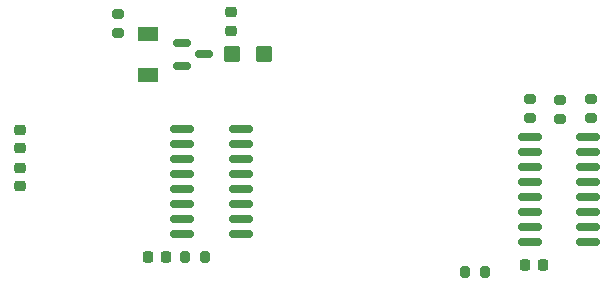
<source format=gbr>
%TF.GenerationSoftware,KiCad,Pcbnew,(6.0.7-1)-1*%
%TF.CreationDate,2022-11-03T17:35:00-04:00*%
%TF.ProjectId,encoder_driver,656e636f-6465-4725-9f64-72697665722e,rev?*%
%TF.SameCoordinates,Original*%
%TF.FileFunction,Paste,Top*%
%TF.FilePolarity,Positive*%
%FSLAX46Y46*%
G04 Gerber Fmt 4.6, Leading zero omitted, Abs format (unit mm)*
G04 Created by KiCad (PCBNEW (6.0.7-1)-1) date 2022-11-03 17:35:00*
%MOMM*%
%LPD*%
G01*
G04 APERTURE LIST*
G04 Aperture macros list*
%AMRoundRect*
0 Rectangle with rounded corners*
0 $1 Rounding radius*
0 $2 $3 $4 $5 $6 $7 $8 $9 X,Y pos of 4 corners*
0 Add a 4 corners polygon primitive as box body*
4,1,4,$2,$3,$4,$5,$6,$7,$8,$9,$2,$3,0*
0 Add four circle primitives for the rounded corners*
1,1,$1+$1,$2,$3*
1,1,$1+$1,$4,$5*
1,1,$1+$1,$6,$7*
1,1,$1+$1,$8,$9*
0 Add four rect primitives between the rounded corners*
20,1,$1+$1,$2,$3,$4,$5,0*
20,1,$1+$1,$4,$5,$6,$7,0*
20,1,$1+$1,$6,$7,$8,$9,0*
20,1,$1+$1,$8,$9,$2,$3,0*%
G04 Aperture macros list end*
%ADD10RoundRect,0.150000X-0.825000X-0.150000X0.825000X-0.150000X0.825000X0.150000X-0.825000X0.150000X0*%
%ADD11RoundRect,0.225000X0.250000X-0.225000X0.250000X0.225000X-0.250000X0.225000X-0.250000X-0.225000X0*%
%ADD12RoundRect,0.200000X-0.275000X0.200000X-0.275000X-0.200000X0.275000X-0.200000X0.275000X0.200000X0*%
%ADD13RoundRect,0.200000X0.275000X-0.200000X0.275000X0.200000X-0.275000X0.200000X-0.275000X-0.200000X0*%
%ADD14RoundRect,0.150000X0.825000X0.150000X-0.825000X0.150000X-0.825000X-0.150000X0.825000X-0.150000X0*%
%ADD15RoundRect,0.200000X-0.200000X-0.275000X0.200000X-0.275000X0.200000X0.275000X-0.200000X0.275000X0*%
%ADD16RoundRect,0.150000X-0.587500X-0.150000X0.587500X-0.150000X0.587500X0.150000X-0.587500X0.150000X0*%
%ADD17RoundRect,0.200000X0.200000X0.275000X-0.200000X0.275000X-0.200000X-0.275000X0.200000X-0.275000X0*%
%ADD18RoundRect,0.225000X0.225000X0.250000X-0.225000X0.250000X-0.225000X-0.250000X0.225000X-0.250000X0*%
%ADD19R,1.700000X1.300000*%
%ADD20RoundRect,0.225000X-0.250000X0.225000X-0.250000X-0.225000X0.250000X-0.225000X0.250000X0.225000X0*%
%ADD21RoundRect,0.250000X-0.450000X-0.425000X0.450000X-0.425000X0.450000X0.425000X-0.450000X0.425000X0*%
G04 APERTURE END LIST*
D10*
%TO.C,U3*%
X138750000Y-72430000D03*
X138750000Y-73700000D03*
X138750000Y-74970000D03*
X138750000Y-76240000D03*
X138750000Y-77510000D03*
X138750000Y-78780000D03*
X138750000Y-80050000D03*
X138750000Y-81320000D03*
X143700000Y-81320000D03*
X143700000Y-80050000D03*
X143700000Y-78780000D03*
X143700000Y-77510000D03*
X143700000Y-76240000D03*
X143700000Y-74970000D03*
X143700000Y-73700000D03*
X143700000Y-72430000D03*
%TD*%
D11*
%TO.C,C4*%
X113450000Y-61850000D03*
X113450000Y-63400000D03*
%TD*%
D12*
%TO.C,R4*%
X141325000Y-69250000D03*
X141325000Y-70900000D03*
%TD*%
D13*
%TO.C,R6*%
X143910000Y-69185000D03*
X143910000Y-70835000D03*
%TD*%
D14*
%TO.C,U2*%
X114275000Y-80645000D03*
X114275000Y-79375000D03*
X114275000Y-78105000D03*
X114275000Y-76835000D03*
X114275000Y-75565000D03*
X114275000Y-74295000D03*
X114275000Y-73025000D03*
X114275000Y-71755000D03*
X109325000Y-71755000D03*
X109325000Y-73025000D03*
X109325000Y-74295000D03*
X109325000Y-75565000D03*
X109325000Y-76835000D03*
X109325000Y-78105000D03*
X109325000Y-79375000D03*
X109325000Y-80645000D03*
%TD*%
D11*
%TO.C,C1*%
X95600000Y-71825000D03*
X95600000Y-73375000D03*
%TD*%
D15*
%TO.C,R5*%
X133275000Y-83800000D03*
X134925000Y-83800000D03*
%TD*%
D16*
%TO.C,Q1*%
X109312500Y-64450000D03*
X109312500Y-66350000D03*
X111187500Y-65400000D03*
%TD*%
D17*
%TO.C,R2*%
X111225000Y-82600000D03*
X109575000Y-82600000D03*
%TD*%
D18*
%TO.C,C2*%
X107975000Y-82600000D03*
X106425000Y-82600000D03*
%TD*%
D19*
%TO.C,D1*%
X106450000Y-67150000D03*
X106450000Y-63650000D03*
%TD*%
D12*
%TO.C,R3*%
X138725000Y-69185000D03*
X138725000Y-70835000D03*
%TD*%
D20*
%TO.C,C6*%
X95600000Y-76575000D03*
X95600000Y-75025000D03*
%TD*%
D18*
%TO.C,C3*%
X138325000Y-83210000D03*
X139875000Y-83210000D03*
%TD*%
D21*
%TO.C,C5*%
X113500000Y-65400000D03*
X116200000Y-65400000D03*
%TD*%
D13*
%TO.C,R1*%
X103850000Y-61975000D03*
X103850000Y-63625000D03*
%TD*%
M02*

</source>
